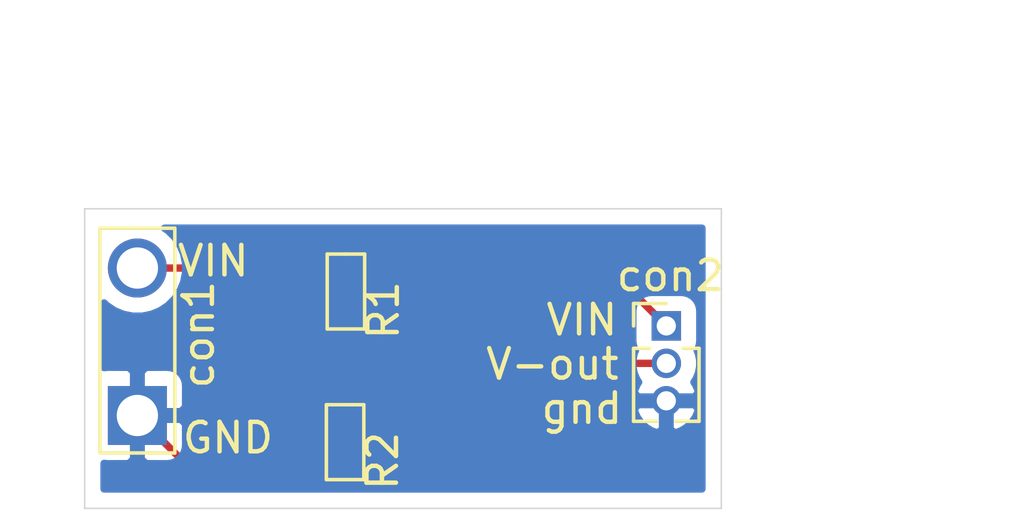
<source format=kicad_pcb>
(kicad_pcb (version 20171130) (host pcbnew "(5.1.8)-1")

  (general
    (thickness 1.6)
    (drawings 11)
    (tracks 14)
    (zones 0)
    (modules 4)
    (nets 4)
  )

  (page A4)
  (layers
    (0 F.Cu signal)
    (31 B.Cu signal)
    (32 B.Adhes user)
    (33 F.Adhes user)
    (34 B.Paste user)
    (35 F.Paste user)
    (36 B.SilkS user)
    (37 F.SilkS user)
    (38 B.Mask user)
    (39 F.Mask user)
    (40 Dwgs.User user)
    (41 Cmts.User user)
    (42 Eco1.User user)
    (43 Eco2.User user)
    (44 Edge.Cuts user)
    (45 Margin user)
    (46 B.CrtYd user)
    (47 F.CrtYd user)
    (48 B.Fab user)
    (49 F.Fab user)
  )

  (setup
    (last_trace_width 0.25)
    (trace_clearance 0.2)
    (zone_clearance 0.508)
    (zone_45_only no)
    (trace_min 0.2)
    (via_size 0.8)
    (via_drill 0.4)
    (via_min_size 0.4)
    (via_min_drill 0.3)
    (uvia_size 0.3)
    (uvia_drill 0.1)
    (uvias_allowed no)
    (uvia_min_size 0.2)
    (uvia_min_drill 0.1)
    (edge_width 0.05)
    (segment_width 0.2)
    (pcb_text_width 0.3)
    (pcb_text_size 1.5 1.5)
    (mod_edge_width 0.12)
    (mod_text_size 1 1)
    (mod_text_width 0.15)
    (pad_size 1.524 1.524)
    (pad_drill 0.762)
    (pad_to_mask_clearance 0)
    (aux_axis_origin 0 0)
    (visible_elements 7FFFFFFF)
    (pcbplotparams
      (layerselection 0x010fc_ffffffff)
      (usegerberextensions false)
      (usegerberattributes true)
      (usegerberadvancedattributes true)
      (creategerberjobfile true)
      (excludeedgelayer true)
      (linewidth 0.100000)
      (plotframeref false)
      (viasonmask false)
      (mode 1)
      (useauxorigin false)
      (hpglpennumber 1)
      (hpglpenspeed 20)
      (hpglpendiameter 15.000000)
      (psnegative false)
      (psa4output false)
      (plotreference true)
      (plotvalue true)
      (plotinvisibletext false)
      (padsonsilk false)
      (subtractmaskfromsilk false)
      (outputformat 1)
      (mirror false)
      (drillshape 0)
      (scaleselection 1)
      (outputdirectory "../gerbers/"))
  )

  (net 0 "")
  (net 1 GND)
  (net 2 "Net-(R1-Pad1)")
  (net 3 "Net-(R1-Pad2)")

  (net_class Default "This is the default net class."
    (clearance 0.2)
    (trace_width 0.25)
    (via_dia 0.8)
    (via_drill 0.4)
    (uvia_dia 0.3)
    (uvia_drill 0.1)
    (add_net GND)
    (add_net "Net-(R1-Pad1)")
    (add_net "Net-(R1-Pad2)")
  )

  (module connectors_user:2pin_screw (layer F.Cu) (tedit 5FAA5CD6) (tstamp 5FDBBC9D)
    (at 105.92816 69.2404 90)
    (path /5FDB4DFE)
    (fp_text reference con1 (at 2.7404 2.07184 90) (layer F.SilkS)
      (effects (font (size 1 1) (thickness 0.15)))
    )
    (fp_text value con_2pin (at 0 -3.81 90) (layer F.Fab)
      (effects (font (size 1 1) (thickness 0.15)))
    )
    (fp_line (start -1.27 1.27) (end -1.27 0) (layer F.SilkS) (width 0.12))
    (fp_line (start 6.35 1.27) (end -1.27 1.27) (layer F.SilkS) (width 0.12))
    (fp_line (start 6.35 -1.27) (end 6.35 1.27) (layer F.SilkS) (width 0.12))
    (fp_line (start -1.27 -1.27) (end 6.35 -1.27) (layer F.SilkS) (width 0.12))
    (fp_line (start -1.27 0) (end -1.27 -1.27) (layer F.SilkS) (width 0.12))
    (pad 1 thru_hole rect (at 0 0 90) (size 2 2) (drill 1.4) (layers *.Cu *.Mask)
      (net 1 GND))
    (pad 2 thru_hole circle (at 5 0 90) (size 2 2) (drill 1.4) (layers *.Cu *.Mask)
      (net 2 "Net-(R1-Pad1)"))
    (model "C:/Users/User/Documents/GitHub/Altium_Libarys/3d body's/pxc_1757242_06_MSTBA-2-5-2-G-5-08_3D.stp"
      (offset (xyz 8.5 -2 0))
      (scale (xyz 1 1 1))
      (rotate (xyz -90 0 -90))
    )
  )

  (module Connector_PinHeader_1.27mm:PinHeader_1x03_P1.27mm_Vertical (layer F.Cu) (tedit 59FED6E3) (tstamp 5FDBBCB6)
    (at 123.8631 66.20256)
    (descr "Through hole straight pin header, 1x03, 1.27mm pitch, single row")
    (tags "Through hole pin header THT 1x03 1.27mm single row")
    (path /5FDB776D)
    (fp_text reference con2 (at 0.1369 -1.70256 180) (layer F.SilkS)
      (effects (font (size 1 1) (thickness 0.15)))
    )
    (fp_text value 3pin_connector (at 0 4.235) (layer F.Fab)
      (effects (font (size 1 1) (thickness 0.15)))
    )
    (fp_line (start -0.525 -0.635) (end 1.05 -0.635) (layer F.Fab) (width 0.1))
    (fp_line (start 1.05 -0.635) (end 1.05 3.175) (layer F.Fab) (width 0.1))
    (fp_line (start 1.05 3.175) (end -1.05 3.175) (layer F.Fab) (width 0.1))
    (fp_line (start -1.05 3.175) (end -1.05 -0.11) (layer F.Fab) (width 0.1))
    (fp_line (start -1.05 -0.11) (end -0.525 -0.635) (layer F.Fab) (width 0.1))
    (fp_line (start -1.11 3.235) (end -0.30753 3.235) (layer F.SilkS) (width 0.12))
    (fp_line (start 0.30753 3.235) (end 1.11 3.235) (layer F.SilkS) (width 0.12))
    (fp_line (start -1.11 0.76) (end -1.11 3.235) (layer F.SilkS) (width 0.12))
    (fp_line (start 1.11 0.76) (end 1.11 3.235) (layer F.SilkS) (width 0.12))
    (fp_line (start -1.11 0.76) (end -0.563471 0.76) (layer F.SilkS) (width 0.12))
    (fp_line (start 0.563471 0.76) (end 1.11 0.76) (layer F.SilkS) (width 0.12))
    (fp_line (start -1.11 0) (end -1.11 -0.76) (layer F.SilkS) (width 0.12))
    (fp_line (start -1.11 -0.76) (end 0 -0.76) (layer F.SilkS) (width 0.12))
    (fp_line (start -1.55 -1.15) (end -1.55 3.7) (layer F.CrtYd) (width 0.05))
    (fp_line (start -1.55 3.7) (end 1.55 3.7) (layer F.CrtYd) (width 0.05))
    (fp_line (start 1.55 3.7) (end 1.55 -1.15) (layer F.CrtYd) (width 0.05))
    (fp_line (start 1.55 -1.15) (end -1.55 -1.15) (layer F.CrtYd) (width 0.05))
    (fp_text user %R (at 0 1.27 90) (layer F.Fab)
      (effects (font (size 1 1) (thickness 0.15)))
    )
    (pad 1 thru_hole rect (at 0 0) (size 1 1) (drill 0.65) (layers *.Cu *.Mask)
      (net 2 "Net-(R1-Pad1)"))
    (pad 2 thru_hole oval (at 0 1.27) (size 1 1) (drill 0.65) (layers *.Cu *.Mask)
      (net 3 "Net-(R1-Pad2)"))
    (pad 3 thru_hole oval (at 0 2.54) (size 1 1) (drill 0.65) (layers *.Cu *.Mask)
      (net 1 GND))
    (model ${KISYS3DMOD}/Connector_PinHeader_1.27mm.3dshapes/PinHeader_1x03_P1.27mm_Vertical.wrl
      (at (xyz 0 0 0))
      (scale (xyz 1 1 1))
      (rotate (xyz 0 0 0))
    )
  )

  (module vanalles:0603 (layer F.Cu) (tedit 5FAE5125) (tstamp 5FDBBCC1)
    (at 112.99952 64.4017 270)
    (path /5FDB56E0)
    (fp_text reference R1 (at 1.27 -1.27 90) (layer F.SilkS)
      (effects (font (size 1 1) (thickness 0.15)))
    )
    (fp_text value R_US (at 0.762 0 90) (layer F.Fab)
      (effects (font (size 1 1) (thickness 0.15)))
    )
    (fp_line (start -0.635 0) (end -0.635 -0.635) (layer F.SilkS) (width 0.12))
    (fp_line (start -0.635 -0.635) (end 1.905 -0.635) (layer F.SilkS) (width 0.12))
    (fp_line (start 1.905 -0.635) (end 1.905 0.635) (layer F.SilkS) (width 0.12))
    (fp_line (start 1.905 0.635) (end -0.635 0.635) (layer F.SilkS) (width 0.12))
    (fp_line (start -0.635 0.635) (end -0.635 0) (layer F.SilkS) (width 0.12))
    (pad 1 smd roundrect (at 0 0) (size 1 1.1) (layers F.Cu F.Paste F.Mask) (roundrect_rratio 0.25)
      (net 2 "Net-(R1-Pad1)"))
    (pad 2 smd roundrect (at 1.27 0) (size 1 1.1) (layers F.Cu F.Paste F.Mask) (roundrect_rratio 0.25)
      (net 3 "Net-(R1-Pad2)"))
    (model "C:/Users/User/Documents/GitHub/Altium_Libarys/3d body's/0603 SMD Capacitor.step"
      (offset (xyz 0.5 0 0))
      (scale (xyz 1 1 1))
      (rotate (xyz -90 0 0))
    )
  )

  (module vanalles:0603 (layer F.Cu) (tedit 5FAE5125) (tstamp 5FDBBCCC)
    (at 112.97158 69.50964 270)
    (path /5FDB618D)
    (fp_text reference R2 (at 1.27 -1.27 90) (layer F.SilkS)
      (effects (font (size 1 1) (thickness 0.15)))
    )
    (fp_text value R_US (at 0.762 0 90) (layer F.Fab)
      (effects (font (size 1 1) (thickness 0.15)))
    )
    (fp_line (start -0.635 0.635) (end -0.635 0) (layer F.SilkS) (width 0.12))
    (fp_line (start 1.905 0.635) (end -0.635 0.635) (layer F.SilkS) (width 0.12))
    (fp_line (start 1.905 -0.635) (end 1.905 0.635) (layer F.SilkS) (width 0.12))
    (fp_line (start -0.635 -0.635) (end 1.905 -0.635) (layer F.SilkS) (width 0.12))
    (fp_line (start -0.635 0) (end -0.635 -0.635) (layer F.SilkS) (width 0.12))
    (pad 2 smd roundrect (at 1.27 0) (size 1 1.1) (layers F.Cu F.Paste F.Mask) (roundrect_rratio 0.25)
      (net 1 GND))
    (pad 1 smd roundrect (at 0 0) (size 1 1.1) (layers F.Cu F.Paste F.Mask) (roundrect_rratio 0.25)
      (net 3 "Net-(R1-Pad2)"))
    (model "C:/Users/User/Documents/GitHub/Altium_Libarys/3d body's/0603 SMD Capacitor.step"
      (offset (xyz 0.5 0 0))
      (scale (xyz 1 1 1))
      (rotate (xyz -90 0 0))
    )
  )

  (gr_text "GND\n" (at 109 70) (layer F.SilkS)
    (effects (font (size 1 1) (thickness 0.15)))
  )
  (gr_text "VIN\n" (at 108.5 64) (layer F.SilkS)
    (effects (font (size 1 1) (thickness 0.15)))
  )
  (gr_text "VIN\n" (at 121 66) (layer F.SilkS)
    (effects (font (size 1 1) (thickness 0.15)))
  )
  (gr_text "V-out\n" (at 120 67.5) (layer F.SilkS)
    (effects (font (size 1 1) (thickness 0.15)))
  )
  (gr_text "gnd\n" (at 121 69) (layer F.SilkS)
    (effects (font (size 1 1) (thickness 0.15)))
  )
  (dimension 10.16 (width 0.15) (layer Cmts.User)
    (gr_text "10.160 mm" (at 134.65 67.31 90) (layer Cmts.User)
      (effects (font (size 1 1) (thickness 0.15)))
    )
    (feature1 (pts (xy 125.73 62.23) (xy 133.936421 62.23)))
    (feature2 (pts (xy 125.73 72.39) (xy 133.936421 72.39)))
    (crossbar (pts (xy 133.35 72.39) (xy 133.35 62.23)))
    (arrow1a (pts (xy 133.35 62.23) (xy 133.936421 63.356504)))
    (arrow1b (pts (xy 133.35 62.23) (xy 132.763579 63.356504)))
    (arrow2a (pts (xy 133.35 72.39) (xy 133.936421 71.263496)))
    (arrow2b (pts (xy 133.35 72.39) (xy 132.763579 71.263496)))
  )
  (dimension 21.59 (width 0.15) (layer Cmts.User)
    (gr_text "21.590 mm" (at 114.935 55.85) (layer Cmts.User)
      (effects (font (size 1 1) (thickness 0.15)))
    )
    (feature1 (pts (xy 125.73 62.23) (xy 125.73 56.563579)))
    (feature2 (pts (xy 104.14 62.23) (xy 104.14 56.563579)))
    (crossbar (pts (xy 104.14 57.15) (xy 125.73 57.15)))
    (arrow1a (pts (xy 125.73 57.15) (xy 124.603496 57.736421)))
    (arrow1b (pts (xy 125.73 57.15) (xy 124.603496 56.563579)))
    (arrow2a (pts (xy 104.14 57.15) (xy 105.266504 57.736421)))
    (arrow2b (pts (xy 104.14 57.15) (xy 105.266504 56.563579)))
  )
  (gr_line (start 104.14 62.23) (end 104.14 72.39) (layer Edge.Cuts) (width 0.05) (tstamp 5FDBBE88))
  (gr_line (start 125.73 62.23) (end 104.14 62.23) (layer Edge.Cuts) (width 0.05))
  (gr_line (start 125.73 72.39) (end 125.73 62.23) (layer Edge.Cuts) (width 0.05))
  (gr_line (start 104.14 72.39) (end 125.73 72.39) (layer Edge.Cuts) (width 0.05))

  (segment (start 107.4674 70.77964) (end 112.97158 70.77964) (width 0.25) (layer F.Cu) (net 1))
  (segment (start 105.92816 69.2404) (end 107.4674 70.77964) (width 0.25) (layer F.Cu) (net 1))
  (segment (start 112.97158 70.77964) (end 123.70816 70.77964) (width 0.25) (layer F.Cu) (net 1))
  (segment (start 123.8631 70.6247) (end 123.8631 68.74256) (width 0.25) (layer F.Cu) (net 1))
  (segment (start 123.70816 70.77964) (end 123.8631 70.6247) (width 0.25) (layer F.Cu) (net 1))
  (segment (start 112.83822 64.2404) (end 112.99952 64.4017) (width 0.25) (layer F.Cu) (net 2))
  (segment (start 105.92816 64.2404) (end 112.83822 64.2404) (width 0.25) (layer F.Cu) (net 2))
  (segment (start 122.06224 64.4017) (end 123.8631 66.20256) (width 0.25) (layer F.Cu) (net 2))
  (segment (start 112.99952 64.4017) (end 122.06224 64.4017) (width 0.25) (layer F.Cu) (net 2))
  (segment (start 123.8631 67.47256) (end 113.05794 67.47256) (width 0.25) (layer F.Cu) (net 3))
  (segment (start 112.99952 67.41414) (end 112.99952 65.6717) (width 0.25) (layer F.Cu) (net 3))
  (segment (start 113.05794 67.47256) (end 112.99952 67.41414) (width 0.25) (layer F.Cu) (net 3))
  (segment (start 113.05794 69.42328) (end 112.97158 69.50964) (width 0.25) (layer F.Cu) (net 3))
  (segment (start 113.05794 67.47256) (end 113.05794 69.42328) (width 0.25) (layer F.Cu) (net 3))

  (zone (net 1) (net_name GND) (layer B.Cu) (tstamp 5FDBBEA9) (hatch edge 0.508)
    (connect_pads (clearance 0.508))
    (min_thickness 0.254)
    (fill yes (arc_segments 32) (thermal_gap 0.508) (thermal_bridge_width 0.508))
    (polygon
      (pts
        (xy 125.73 72.39) (xy 104.14 72.39) (xy 104.14 62.23) (xy 125.73 62.23)
      )
    )
    (filled_polygon
      (pts
        (xy 125.07 71.73) (xy 104.8 71.73) (xy 104.8 70.865096) (xy 104.803678 70.866212) (xy 104.92816 70.878472)
        (xy 105.64241 70.8754) (xy 105.80116 70.71665) (xy 105.80116 69.3674) (xy 106.05516 69.3674) (xy 106.05516 70.71665)
        (xy 106.21391 70.8754) (xy 106.92816 70.878472) (xy 107.052642 70.866212) (xy 107.17234 70.829902) (xy 107.282654 70.770937)
        (xy 107.379345 70.691585) (xy 107.458697 70.594894) (xy 107.517662 70.48458) (xy 107.553972 70.364882) (xy 107.566232 70.2404)
        (xy 107.56316 69.52615) (xy 107.40441 69.3674) (xy 106.05516 69.3674) (xy 105.80116 69.3674) (xy 105.78116 69.3674)
        (xy 105.78116 69.1134) (xy 105.80116 69.1134) (xy 105.80116 67.76415) (xy 106.05516 67.76415) (xy 106.05516 69.1134)
        (xy 107.40441 69.1134) (xy 107.473376 69.044434) (xy 122.768981 69.044434) (xy 122.785654 69.099424) (xy 122.875977 69.302766)
        (xy 123.004235 69.48458) (xy 123.165499 69.637878) (xy 123.353571 69.75677) (xy 123.561224 69.836686) (xy 123.7361 69.711689)
        (xy 123.7361 68.86956) (xy 123.9901 68.86956) (xy 123.9901 69.711689) (xy 124.164976 69.836686) (xy 124.372629 69.75677)
        (xy 124.560701 69.637878) (xy 124.721965 69.48458) (xy 124.850223 69.302766) (xy 124.940546 69.099424) (xy 124.957219 69.044434)
        (xy 124.831054 68.86956) (xy 123.9901 68.86956) (xy 123.7361 68.86956) (xy 122.895146 68.86956) (xy 122.768981 69.044434)
        (xy 107.473376 69.044434) (xy 107.56316 68.95465) (xy 107.566232 68.2404) (xy 107.553972 68.115918) (xy 107.517662 67.99622)
        (xy 107.458697 67.885906) (xy 107.379345 67.789215) (xy 107.282654 67.709863) (xy 107.17234 67.650898) (xy 107.052642 67.614588)
        (xy 106.92816 67.602328) (xy 106.21391 67.6054) (xy 106.05516 67.76415) (xy 105.80116 67.76415) (xy 105.64241 67.6054)
        (xy 104.92816 67.602328) (xy 104.803678 67.614588) (xy 104.8 67.615704) (xy 104.8 65.424479) (xy 104.885908 65.510387)
        (xy 105.153697 65.689318) (xy 105.451248 65.812568) (xy 105.767127 65.8754) (xy 106.089193 65.8754) (xy 106.405072 65.812568)
        (xy 106.670654 65.70256) (xy 122.725028 65.70256) (xy 122.725028 66.70256) (xy 122.737288 66.827042) (xy 122.773598 66.94674)
        (xy 122.817988 67.029786) (xy 122.771717 67.141493) (xy 122.7281 67.360772) (xy 122.7281 67.584348) (xy 122.771717 67.803627)
        (xy 122.857276 68.010184) (xy 122.925453 68.112218) (xy 122.875977 68.182354) (xy 122.785654 68.385696) (xy 122.768981 68.440686)
        (xy 122.895146 68.61556) (xy 123.7361 68.61556) (xy 123.7361 68.604534) (xy 123.751312 68.60756) (xy 123.974888 68.60756)
        (xy 123.9901 68.604534) (xy 123.9901 68.61556) (xy 124.831054 68.61556) (xy 124.957219 68.440686) (xy 124.940546 68.385696)
        (xy 124.850223 68.182354) (xy 124.800747 68.112218) (xy 124.868924 68.010184) (xy 124.954483 67.803627) (xy 124.9981 67.584348)
        (xy 124.9981 67.360772) (xy 124.954483 67.141493) (xy 124.908212 67.029786) (xy 124.952602 66.94674) (xy 124.988912 66.827042)
        (xy 125.001172 66.70256) (xy 125.001172 65.70256) (xy 124.988912 65.578078) (xy 124.952602 65.45838) (xy 124.893637 65.348066)
        (xy 124.814285 65.251375) (xy 124.717594 65.172023) (xy 124.60728 65.113058) (xy 124.487582 65.076748) (xy 124.3631 65.064488)
        (xy 123.3631 65.064488) (xy 123.238618 65.076748) (xy 123.11892 65.113058) (xy 123.008606 65.172023) (xy 122.911915 65.251375)
        (xy 122.832563 65.348066) (xy 122.773598 65.45838) (xy 122.737288 65.578078) (xy 122.725028 65.70256) (xy 106.670654 65.70256)
        (xy 106.702623 65.689318) (xy 106.970412 65.510387) (xy 107.198147 65.282652) (xy 107.377078 65.014863) (xy 107.500328 64.717312)
        (xy 107.56316 64.401433) (xy 107.56316 64.079367) (xy 107.500328 63.763488) (xy 107.377078 63.465937) (xy 107.198147 63.198148)
        (xy 106.970412 62.970413) (xy 106.850066 62.89) (xy 125.070001 62.89)
      )
    )
  )
)

</source>
